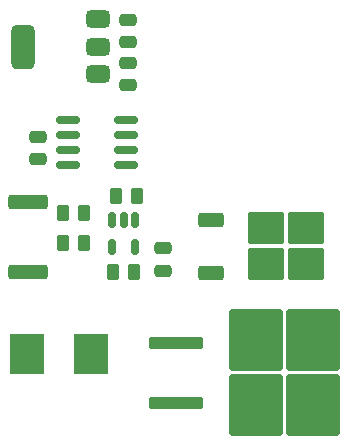
<source format=gbr>
%TF.GenerationSoftware,KiCad,Pcbnew,8.0.6*%
%TF.CreationDate,2024-11-07T10:06:34+11:00*%
%TF.ProjectId,mppt-board,6d707074-2d62-46f6-9172-642e6b696361,rev?*%
%TF.SameCoordinates,Original*%
%TF.FileFunction,Paste,Top*%
%TF.FilePolarity,Positive*%
%FSLAX46Y46*%
G04 Gerber Fmt 4.6, Leading zero omitted, Abs format (unit mm)*
G04 Created by KiCad (PCBNEW 8.0.6) date 2024-11-07 10:06:34*
%MOMM*%
%LPD*%
G01*
G04 APERTURE LIST*
G04 Aperture macros list*
%AMRoundRect*
0 Rectangle with rounded corners*
0 $1 Rounding radius*
0 $2 $3 $4 $5 $6 $7 $8 $9 X,Y pos of 4 corners*
0 Add a 4 corners polygon primitive as box body*
4,1,4,$2,$3,$4,$5,$6,$7,$8,$9,$2,$3,0*
0 Add four circle primitives for the rounded corners*
1,1,$1+$1,$2,$3*
1,1,$1+$1,$4,$5*
1,1,$1+$1,$6,$7*
1,1,$1+$1,$8,$9*
0 Add four rect primitives between the rounded corners*
20,1,$1+$1,$2,$3,$4,$5,0*
20,1,$1+$1,$4,$5,$6,$7,0*
20,1,$1+$1,$6,$7,$8,$9,0*
20,1,$1+$1,$8,$9,$2,$3,0*%
G04 Aperture macros list end*
%ADD10R,2.950000X3.500000*%
%ADD11RoundRect,0.250000X-0.262500X-0.450000X0.262500X-0.450000X0.262500X0.450000X-0.262500X0.450000X0*%
%ADD12RoundRect,0.150000X-0.150000X0.512500X-0.150000X-0.512500X0.150000X-0.512500X0.150000X0.512500X0*%
%ADD13RoundRect,0.150000X-0.825000X-0.150000X0.825000X-0.150000X0.825000X0.150000X-0.825000X0.150000X0*%
%ADD14RoundRect,0.250000X-0.475000X0.250000X-0.475000X-0.250000X0.475000X-0.250000X0.475000X0.250000X0*%
%ADD15RoundRect,0.250000X-2.050000X-0.300000X2.050000X-0.300000X2.050000X0.300000X-2.050000X0.300000X0*%
%ADD16RoundRect,0.250000X-2.025000X-2.375000X2.025000X-2.375000X2.025000X2.375000X-2.025000X2.375000X0*%
%ADD17RoundRect,0.250000X-0.850000X-0.350000X0.850000X-0.350000X0.850000X0.350000X-0.850000X0.350000X0*%
%ADD18RoundRect,0.250000X-1.275000X-1.125000X1.275000X-1.125000X1.275000X1.125000X-1.275000X1.125000X0*%
%ADD19RoundRect,0.250000X0.475000X-0.250000X0.475000X0.250000X-0.475000X0.250000X-0.475000X-0.250000X0*%
%ADD20RoundRect,0.375000X0.625000X0.375000X-0.625000X0.375000X-0.625000X-0.375000X0.625000X-0.375000X0*%
%ADD21RoundRect,0.500000X0.500000X1.400000X-0.500000X1.400000X-0.500000X-1.400000X0.500000X-1.400000X0*%
%ADD22RoundRect,0.250000X-1.425000X0.362500X-1.425000X-0.362500X1.425000X-0.362500X1.425000X0.362500X0*%
G04 APERTURE END LIST*
D10*
%TO.C,L1*%
X73375000Y-80100000D03*
X78825000Y-80100000D03*
%TD*%
D11*
%TO.C,R2*%
X76427500Y-68210000D03*
X78252500Y-68210000D03*
%TD*%
D12*
%TO.C,U1*%
X82540000Y-68822500D03*
X81590000Y-68822500D03*
X80640000Y-68822500D03*
X80640000Y-71097500D03*
X82540000Y-71097500D03*
%TD*%
D11*
%TO.C,R5*%
X80677500Y-73210000D03*
X82502500Y-73210000D03*
%TD*%
%TO.C,R4*%
X80927500Y-66710000D03*
X82752500Y-66710000D03*
%TD*%
%TO.C,R3*%
X76427500Y-70710000D03*
X78252500Y-70710000D03*
%TD*%
D13*
%TO.C,U3*%
X76865000Y-60305000D03*
X76865000Y-61575000D03*
X76865000Y-62845000D03*
X76865000Y-64115000D03*
X81815000Y-64115000D03*
X81815000Y-62845000D03*
X81815000Y-61575000D03*
X81815000Y-60305000D03*
%TD*%
D14*
%TO.C,C1*%
X84940000Y-71160000D03*
X84940000Y-73060000D03*
%TD*%
%TO.C,C3*%
X74340000Y-61760000D03*
X74340000Y-63660000D03*
%TD*%
D15*
%TO.C,D1*%
X86050000Y-79160000D03*
D16*
X92775000Y-78925000D03*
X92775000Y-84475000D03*
X97625000Y-78925000D03*
X97625000Y-84475000D03*
D15*
X86050000Y-84240000D03*
%TD*%
D17*
%TO.C,Q1*%
X89025000Y-68745000D03*
D18*
X93650000Y-69500000D03*
X93650000Y-72550000D03*
X97000000Y-69500000D03*
X97000000Y-72550000D03*
D17*
X89025000Y-73305000D03*
%TD*%
D19*
%TO.C,C4*%
X82000000Y-57350000D03*
X82000000Y-55450000D03*
%TD*%
D14*
%TO.C,C5*%
X82000000Y-51850000D03*
X82000000Y-53750000D03*
%TD*%
D20*
%TO.C,U2*%
X79400000Y-56400000D03*
X79400000Y-54100000D03*
D21*
X73100000Y-54100000D03*
D20*
X79400000Y-51800000D03*
%TD*%
D22*
%TO.C,R1*%
X73500000Y-73162500D03*
X73500000Y-67237500D03*
%TD*%
M02*

</source>
